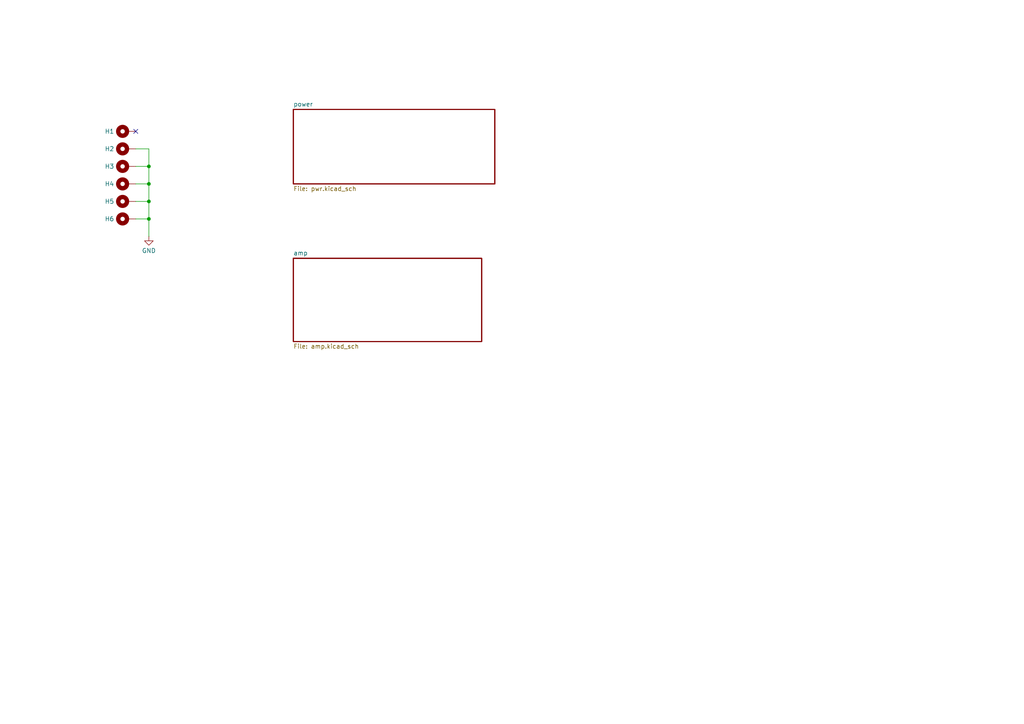
<source format=kicad_sch>
(kicad_sch (version 20231120) (generator "eeschema") (generator_version "8.0")
  (paper "A4")
  (lib_symbols
    (symbol "Mechanical:MountingHole_Pad" (pin_numbers hide) (pin_names (offset 1.016) hide) (exclude_from_sim yes) (in_bom no)
      (property "Reference" "H" (at 0 6.35 0))
      (property "Value" "MountingHole_Pad" (at 0 4.445 0))
      (symbol "MountingHole_Pad_0_1"
        (circle (center 0 1.27) (radius 1.27) (stroke (width 1.27)))
      )
      (symbol "MountingHole_Pad_1_1"
        (pin input line (at 0 -2.54 90) (length 2.54) (name "1") (number "1"))
      )
    )
    (symbol "power:GND" (power) (pin_numbers hide) (pin_names (offset 0) hide)
      (property "Value" "GND" (at 0 -3.81 0))
      (symbol "GND_0_1"
        (polyline (pts (xy 0 0) (xy 0 -1.27) (xy 1.27 -1.27) (xy 0 -2.54) (xy -1.27 -1.27) (xy 0 -1.27)))
      )
      (symbol "GND_1_1"
        (pin power_in line (at 0 0 270) (length 0) (name "~") (number "1"))
      )
    )
  )
  (junction (at 43.18 63.5))
  (junction (at 43.18 53.34))
  (junction (at 43.18 58.42))
  (junction (at 43.18 48.26))
  (no_connect (at 39.37 38.1))
  (wire (pts (xy 43.18 58.42) (xy 43.18 53.34)))
  (wire (pts (xy 39.37 43.18) (xy 43.18 43.18)))
  (wire (pts (xy 43.18 68.58) (xy 43.18 63.5)))
  (wire (pts (xy 39.37 53.34) (xy 43.18 53.34)))
  (wire (pts (xy 39.37 63.5) (xy 43.18 63.5)))
  (wire (pts (xy 39.37 48.26) (xy 43.18 48.26)))
  (wire (pts (xy 43.18 63.5) (xy 43.18 58.42)))
  (wire (pts (xy 39.37 58.42) (xy 43.18 58.42)))
  (wire (pts (xy 43.18 48.26) (xy 43.18 43.18)))
  (wire (pts (xy 43.18 53.34) (xy 43.18 48.26)))
  (symbol (lib_id "Mechanical:MountingHole_Pad") (at 36.83 58.42 90) (unit 1) (exclude_from_sim yes) (in_bom no)
    (property "Reference" "H5" (at 31.75 58.42 90))
    (property "Value" "MountingHole_Pad" (effects (hide yes)))
    (property "Footprint" "MountingHole:MountingHole_6.4mm_M6_Pad_Via" (effects (hide yes)))
    (property "Description" "Mounting Hole with connection" (effects (hide yes)))
  )
  (symbol (lib_id "Mechanical:MountingHole_Pad") (at 36.83 53.34 90) (unit 1) (exclude_from_sim yes) (in_bom no)
    (property "Reference" "H4" (at 31.75 53.34 90))
    (property "Value" "MountingHole_Pad" (effects (hide yes)))
    (property "Footprint" "MountingHole:MountingHole_3.2mm_M3_Pad_Via" (effects (hide yes)))
    (property "Description" "Mounting Hole with connection" (effects (hide yes)))
  )
  (symbol (lib_id "power:GND") (at 43.18 68.58 0) (unit 1)
    (property "Reference" "#PWR08" (effects (hide yes)))
    (property "Value" "GND" (at 43.18 72.7131 0))
    (property "Description" "Power symbol creates a global label with name \"GND\" , ground" (effects (hide yes)))
  )
  (symbol (lib_id "Mechanical:MountingHole_Pad") (at 36.83 48.26 90) (unit 1) (exclude_from_sim yes) (in_bom no)
    (property "Reference" "H3" (at 31.75 48.26 90))
    (property "Value" "MountingHole_Pad" (effects (hide yes)))
    (property "Footprint" "MountingHole:MountingHole_3.2mm_M3_Pad_Via" (effects (hide yes)))
    (property "Description" "Mounting Hole with connection" (effects (hide yes)))
  )
  (symbol (lib_id "Mechanical:MountingHole_Pad") (at 36.83 38.1 90) (unit 1) (exclude_from_sim yes) (in_bom no)
    (property "Reference" "H1" (at 31.75 38.1 90))
    (property "Value" "MountingHole_Pad" (effects (hide yes)))
    (property "Footprint" "MountingHole:MountingHole_3.2mm_M3_Pad_Via" (effects (hide yes)))
    (property "Description" "Mounting Hole with connection" (effects (hide yes)))
  )
  (symbol (lib_id "Mechanical:MountingHole_Pad") (at 36.83 63.5 90) (unit 1) (exclude_from_sim yes) (in_bom no)
    (property "Reference" "H6" (at 31.75 63.5 90))
    (property "Value" "MountingHole_Pad" (effects (hide yes)))
    (property "Footprint" "MountingHole:MountingHole_4.3mm_M4_Pad_Via" (effects (hide yes)))
    (property "Description" "Mounting Hole with connection" (effects (hide yes)))
  )
  (symbol (lib_id "Mechanical:MountingHole_Pad") (at 36.83 43.18 90) (unit 1) (exclude_from_sim yes) (in_bom no)
    (property "Reference" "H2" (at 31.75 43.18 90))
    (property "Value" "MountingHole_Pad" (effects (hide yes)))
    (property "Footprint" "MountingHole:MountingHole_3.2mm_M3_Pad_Via" (effects (hide yes)))
    (property "Description" "Mounting Hole with connection" (effects (hide yes)))
  )
  (sheet (at 85.09 74.93) (size 54.61 24.13) (stroke (width 0.3048))
    (property "Sheetname" "amp" (at 85.09 74.1422 0) (effects (justify left bottom)))
    (property "Sheetfile" "amp.kicad_sch" (at 85.09 99.7208 0) (effects (justify left top)))
  )
  (sheet (at 85.09 31.75) (size 58.42 21.59) (stroke (width 0.3048))
    (property "Sheetname" "power" (at 85.09 30.9622 0) (effects (justify left bottom)))
    (property "Sheetfile" "pwr.kicad_sch" (at 85.09 54.0008 0) (effects (justify left top)))
  )
)
</source>
